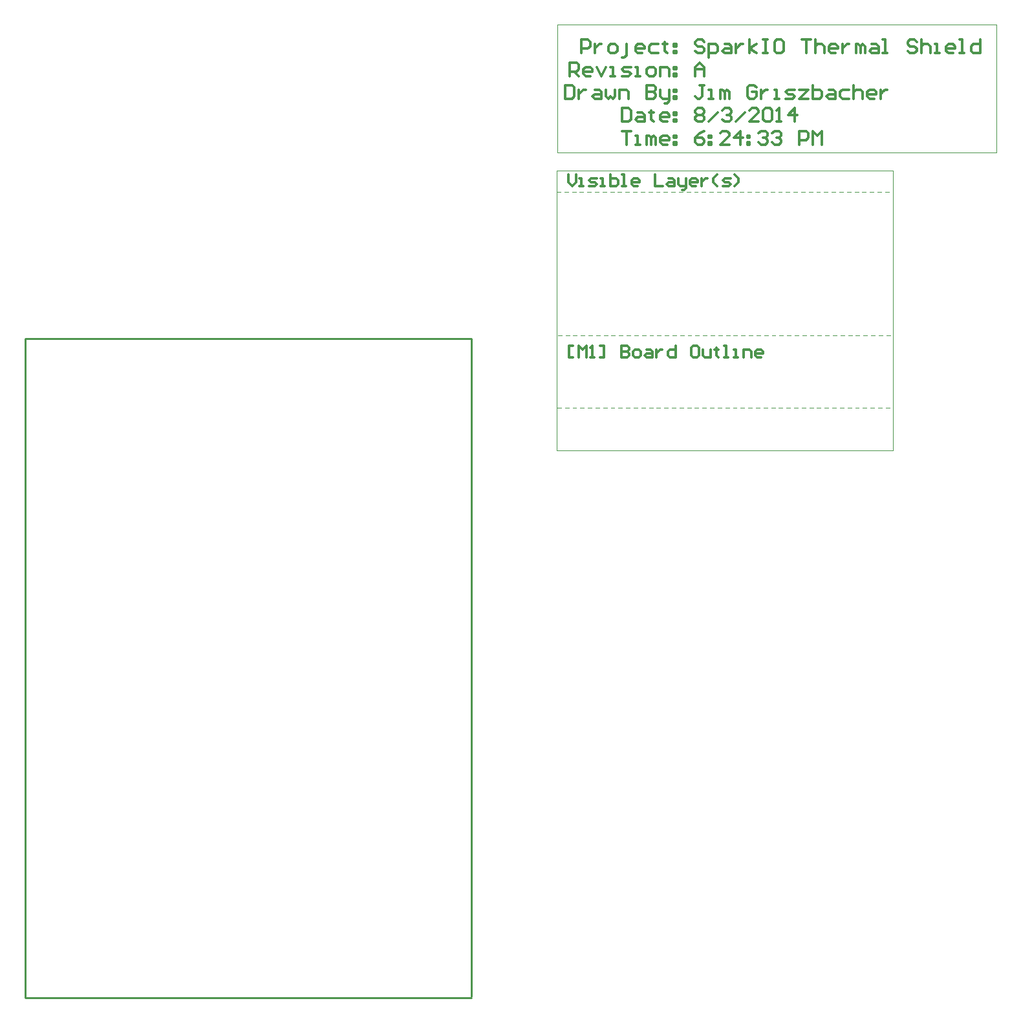
<source format=gm1>
%FSLAX25Y25*%
%MOIN*%
G70*
G01*
G75*
G04 Layer_Color=16711935*
G04:AMPARAMS|DCode=10|XSize=37.4mil|YSize=25.59mil|CornerRadius=6.4mil|HoleSize=0mil|Usage=FLASHONLY|Rotation=270.000|XOffset=0mil|YOffset=0mil|HoleType=Round|Shape=RoundedRectangle|*
%AMROUNDEDRECTD10*
21,1,0.03740,0.01280,0,0,270.0*
21,1,0.02461,0.02559,0,0,270.0*
1,1,0.01280,-0.00640,-0.01230*
1,1,0.01280,-0.00640,0.01230*
1,1,0.01280,0.00640,0.01230*
1,1,0.01280,0.00640,-0.01230*
%
%ADD10ROUNDEDRECTD10*%
%ADD11R,0.02559X0.03740*%
%ADD12O,0.02362X0.07480*%
%ADD13R,0.03900X0.04300*%
%ADD14C,0.04000*%
%ADD15R,0.04300X0.03900*%
%ADD16C,0.01500*%
%ADD17C,0.01000*%
%ADD18C,0.02000*%
%ADD19C,0.01200*%
%ADD20C,0.00394*%
%ADD21R,0.07087X0.07087*%
%ADD22C,0.07087*%
%ADD23C,0.09449*%
%ADD24R,0.07500X0.07500*%
%ADD25C,0.07500*%
%ADD26C,0.08661*%
%ADD27C,0.31496*%
%ADD28C,0.02500*%
%ADD29C,0.00787*%
%ADD30C,0.01575*%
%ADD31C,0.00984*%
%ADD32C,0.00700*%
%ADD33C,0.00800*%
G04:AMPARAMS|DCode=34|XSize=45.4mil|YSize=33.59mil|CornerRadius=10.4mil|HoleSize=0mil|Usage=FLASHONLY|Rotation=270.000|XOffset=0mil|YOffset=0mil|HoleType=Round|Shape=RoundedRectangle|*
%AMROUNDEDRECTD34*
21,1,0.04540,0.01280,0,0,270.0*
21,1,0.02461,0.03359,0,0,270.0*
1,1,0.02080,-0.00640,-0.01230*
1,1,0.02080,-0.00640,0.01230*
1,1,0.02080,0.00640,0.01230*
1,1,0.02080,0.00640,-0.01230*
%
%ADD34ROUNDEDRECTD34*%
%ADD35R,0.03359X0.04540*%
%ADD36O,0.03162X0.08280*%
%ADD37R,0.04700X0.05100*%
%ADD38C,0.08000*%
%ADD39R,0.05100X0.04700*%
%ADD40R,0.07887X0.07887*%
%ADD41C,0.07887*%
%ADD42C,0.10249*%
%ADD43R,0.08300X0.08300*%
%ADD44C,0.08300*%
%ADD45C,0.09461*%
%ADD46C,0.32296*%
%ADD47C,0.03300*%
D17*
X211000Y92700D02*
X441000D01*
Y93200D02*
Y432700D01*
X211000D02*
X441000D01*
X211000Y92700D02*
Y432700D01*
Y92700D02*
X441000D01*
Y93200D02*
Y432700D01*
X211000D02*
X441000D01*
X211000Y92700D02*
Y432700D01*
D19*
X493399Y422800D02*
X491400D01*
Y428798D01*
X493399D01*
X496398Y422800D02*
Y428798D01*
X498398Y426799D01*
X500397Y428798D01*
Y422800D01*
X502396D02*
X504396D01*
X503396D01*
Y428798D01*
X502396Y427798D01*
X507395Y422800D02*
X509394D01*
Y428798D01*
X507395D01*
X518391D02*
Y422800D01*
X521390D01*
X522390Y423800D01*
Y424799D01*
X521390Y425799D01*
X518391D01*
X521390D01*
X522390Y426799D01*
Y427798D01*
X521390Y428798D01*
X518391D01*
X525389Y422800D02*
X527388D01*
X528388Y423800D01*
Y425799D01*
X527388Y426799D01*
X525389D01*
X524389Y425799D01*
Y423800D01*
X525389Y422800D01*
X531387Y426799D02*
X533386D01*
X534386Y425799D01*
Y422800D01*
X531387D01*
X530387Y423800D01*
X531387Y424799D01*
X534386D01*
X536385Y426799D02*
Y422800D01*
Y424799D01*
X537385Y425799D01*
X538385Y426799D01*
X539385D01*
X546382Y428798D02*
Y422800D01*
X543383D01*
X542383Y423800D01*
Y425799D01*
X543383Y426799D01*
X546382D01*
X557379Y428798D02*
X555379D01*
X554380Y427798D01*
Y423800D01*
X555379Y422800D01*
X557379D01*
X558378Y423800D01*
Y427798D01*
X557379Y428798D01*
X560378Y426799D02*
Y423800D01*
X561377Y422800D01*
X564376D01*
Y426799D01*
X567375Y427798D02*
Y426799D01*
X566376D01*
X568375D01*
X567375D01*
Y423800D01*
X568375Y422800D01*
X571374D02*
X573374D01*
X572374D01*
Y428798D01*
X571374D01*
X576372Y422800D02*
X578372D01*
X577372D01*
Y426799D01*
X576372D01*
X581371Y422800D02*
Y426799D01*
X584370D01*
X585370Y425799D01*
Y422800D01*
X590368D02*
X588369D01*
X587369Y423800D01*
Y425799D01*
X588369Y426799D01*
X590368D01*
X591368Y425799D01*
Y424799D01*
X587369D01*
X490800Y517378D02*
Y513379D01*
X492799Y511379D01*
X494799Y513379D01*
Y517378D01*
X496798Y511379D02*
X498797D01*
X497798D01*
Y515378D01*
X496798D01*
X501796Y511379D02*
X504796D01*
X505795Y512379D01*
X504796Y513379D01*
X502796D01*
X501796Y514378D01*
X502796Y515378D01*
X505795D01*
X507795Y511379D02*
X509794D01*
X508794D01*
Y515378D01*
X507795D01*
X512793Y517378D02*
Y511379D01*
X515792D01*
X516792Y512379D01*
Y513379D01*
Y514378D01*
X515792Y515378D01*
X512793D01*
X518791Y511379D02*
X520790D01*
X519791D01*
Y517378D01*
X518791D01*
X526788Y511379D02*
X524789D01*
X523789Y512379D01*
Y514378D01*
X524789Y515378D01*
X526788D01*
X527788Y514378D01*
Y513379D01*
X523789D01*
X535785Y517378D02*
Y511379D01*
X539784D01*
X542783Y515378D02*
X544782D01*
X545782Y514378D01*
Y511379D01*
X542783D01*
X541784Y512379D01*
X542783Y513379D01*
X545782D01*
X547782Y515378D02*
Y512379D01*
X548781Y511379D01*
X551780D01*
Y510380D01*
X550781Y509380D01*
X549781D01*
X551780Y511379D02*
Y515378D01*
X556779Y511379D02*
X554779D01*
X553780Y512379D01*
Y514378D01*
X554779Y515378D01*
X556779D01*
X557778Y514378D01*
Y513379D01*
X553780D01*
X559778Y515378D02*
Y511379D01*
Y513379D01*
X560777Y514378D01*
X561777Y515378D01*
X562777D01*
X567775Y511379D02*
X565776Y513379D01*
Y515378D01*
X567775Y517378D01*
X570774Y511379D02*
X573773D01*
X574773Y512379D01*
X573773Y513379D01*
X571774D01*
X570774Y514378D01*
X571774Y515378D01*
X574773D01*
X576772Y511379D02*
X578771Y513379D01*
Y515378D01*
X576772Y517378D01*
X497564Y579931D02*
Y586928D01*
X501063D01*
X502229Y585762D01*
Y583430D01*
X501063Y582263D01*
X497564D01*
X504562Y584596D02*
Y579931D01*
Y582263D01*
X505728Y583430D01*
X506894Y584596D01*
X508061D01*
X512726Y579931D02*
X515058D01*
X516225Y581097D01*
Y583430D01*
X515058Y584596D01*
X512726D01*
X511559Y583430D01*
Y581097D01*
X512726Y579931D01*
X518557Y577598D02*
X519724D01*
X520890Y578764D01*
Y584596D01*
X529054Y579931D02*
X526721D01*
X525555Y581097D01*
Y583430D01*
X526721Y584596D01*
X529054D01*
X530220Y583430D01*
Y582263D01*
X525555D01*
X537218Y584596D02*
X533719D01*
X532553Y583430D01*
Y581097D01*
X533719Y579931D01*
X537218D01*
X540717Y585762D02*
Y584596D01*
X539550D01*
X541883D01*
X540717D01*
Y581097D01*
X541883Y579931D01*
X545382Y584596D02*
X546548D01*
Y583430D01*
X545382D01*
Y584596D01*
Y581097D02*
X546548D01*
Y579931D01*
X545382D01*
Y581097D01*
X491733Y568120D02*
Y575117D01*
X495231D01*
X496398Y573951D01*
Y571619D01*
X495231Y570452D01*
X491733D01*
X494065D02*
X496398Y568120D01*
X502229D02*
X499897D01*
X498730Y569286D01*
Y571619D01*
X499897Y572785D01*
X502229D01*
X503395Y571619D01*
Y570452D01*
X498730D01*
X505728Y572785D02*
X508061Y568120D01*
X510393Y572785D01*
X512726Y568120D02*
X515058D01*
X513892D01*
Y572785D01*
X512726D01*
X518557Y568120D02*
X522056D01*
X523222Y569286D01*
X522056Y570452D01*
X519724D01*
X518557Y571619D01*
X519724Y572785D01*
X523222D01*
X525555Y568120D02*
X527887D01*
X526721D01*
Y572785D01*
X525555D01*
X532553Y568120D02*
X534885D01*
X536052Y569286D01*
Y571619D01*
X534885Y572785D01*
X532553D01*
X531386Y571619D01*
Y569286D01*
X532553Y568120D01*
X538384D02*
Y572785D01*
X541883D01*
X543049Y571619D01*
Y568120D01*
X545382Y572785D02*
X546548D01*
Y571619D01*
X545382D01*
Y572785D01*
Y569286D02*
X546548D01*
Y568120D01*
X545382D01*
Y569286D01*
X489400Y563306D02*
Y556309D01*
X492899D01*
X494065Y557475D01*
Y562140D01*
X492899Y563306D01*
X489400D01*
X496398Y560974D02*
Y556309D01*
Y558641D01*
X497564Y559807D01*
X498730Y560974D01*
X499897D01*
X504562D02*
X506894D01*
X508061Y559807D01*
Y556309D01*
X504562D01*
X503395Y557475D01*
X504562Y558641D01*
X508061D01*
X510393Y560974D02*
Y557475D01*
X511559Y556309D01*
X512726Y557475D01*
X513892Y556309D01*
X515058Y557475D01*
Y560974D01*
X517391Y556309D02*
Y560974D01*
X520890D01*
X522056Y559807D01*
Y556309D01*
X531386Y563306D02*
Y556309D01*
X534885D01*
X536052Y557475D01*
Y558641D01*
X534885Y559807D01*
X531386D01*
X534885D01*
X536052Y560974D01*
Y562140D01*
X534885Y563306D01*
X531386D01*
X538384Y560974D02*
Y557475D01*
X539550Y556309D01*
X543049D01*
Y555142D01*
X541883Y553976D01*
X540717D01*
X543049Y556309D02*
Y560974D01*
X545382D02*
X546548D01*
Y559807D01*
X545382D01*
Y560974D01*
Y557475D02*
X546548D01*
Y556309D01*
X545382D01*
Y557475D01*
X518557Y551495D02*
Y544498D01*
X522056D01*
X523222Y545664D01*
Y550329D01*
X522056Y551495D01*
X518557D01*
X526721Y549163D02*
X529054D01*
X530220Y547997D01*
Y544498D01*
X526721D01*
X525555Y545664D01*
X526721Y546830D01*
X530220D01*
X533719Y550329D02*
Y549163D01*
X532553D01*
X534885D01*
X533719D01*
Y545664D01*
X534885Y544498D01*
X541883D02*
X539550D01*
X538384Y545664D01*
Y547997D01*
X539550Y549163D01*
X541883D01*
X543049Y547997D01*
Y546830D01*
X538384D01*
X545382Y549163D02*
X546548D01*
Y547997D01*
X545382D01*
Y549163D01*
Y545664D02*
X546548D01*
Y544498D01*
X545382D01*
Y545664D01*
X518557Y539684D02*
X523222D01*
X520890D01*
Y532687D01*
X525555D02*
X527887D01*
X526721D01*
Y537352D01*
X525555D01*
X531386Y532687D02*
Y537352D01*
X532553D01*
X533719Y536186D01*
Y532687D01*
Y536186D01*
X534885Y537352D01*
X536052Y536186D01*
Y532687D01*
X541883D02*
X539550D01*
X538384Y533853D01*
Y536186D01*
X539550Y537352D01*
X541883D01*
X543049Y536186D01*
Y535019D01*
X538384D01*
X545382Y537352D02*
X546548D01*
Y536186D01*
X545382D01*
Y537352D01*
Y533853D02*
X546548D01*
Y532687D01*
X545382D01*
Y533853D01*
X560994Y585762D02*
X559828Y586928D01*
X557495D01*
X556329Y585762D01*
Y584596D01*
X557495Y583430D01*
X559828D01*
X560994Y582263D01*
Y581097D01*
X559828Y579931D01*
X557495D01*
X556329Y581097D01*
X563327Y577598D02*
Y584596D01*
X566826D01*
X567992Y583430D01*
Y581097D01*
X566826Y579931D01*
X563327D01*
X571491Y584596D02*
X573823D01*
X574990Y583430D01*
Y579931D01*
X571491D01*
X570325Y581097D01*
X571491Y582263D01*
X574990D01*
X577322Y584596D02*
Y579931D01*
Y582263D01*
X578489Y583430D01*
X579655Y584596D01*
X580821D01*
X584320Y579931D02*
Y586928D01*
Y582263D02*
X587819Y584596D01*
X584320Y582263D02*
X587819Y579931D01*
X591318Y586928D02*
X593650D01*
X592484D01*
Y579931D01*
X591318D01*
X593650D01*
X600648Y586928D02*
X598315D01*
X597149Y585762D01*
Y581097D01*
X598315Y579931D01*
X600648D01*
X601814Y581097D01*
Y585762D01*
X600648Y586928D01*
X611145D02*
X615810D01*
X613477D01*
Y579931D01*
X618143Y586928D02*
Y579931D01*
Y583430D01*
X619309Y584596D01*
X621641D01*
X622808Y583430D01*
Y579931D01*
X628639D02*
X626306D01*
X625140Y581097D01*
Y583430D01*
X626306Y584596D01*
X628639D01*
X629805Y583430D01*
Y582263D01*
X625140D01*
X632138Y584596D02*
Y579931D01*
Y582263D01*
X633304Y583430D01*
X634471Y584596D01*
X635637D01*
X639136Y579931D02*
Y584596D01*
X640302D01*
X641468Y583430D01*
Y579931D01*
Y583430D01*
X642634Y584596D01*
X643801Y583430D01*
Y579931D01*
X647300Y584596D02*
X649632D01*
X650799Y583430D01*
Y579931D01*
X647300D01*
X646133Y581097D01*
X647300Y582263D01*
X650799D01*
X653131Y579931D02*
X655464D01*
X654297D01*
Y586928D01*
X653131D01*
X670625Y585762D02*
X669459Y586928D01*
X667127D01*
X665960Y585762D01*
Y584596D01*
X667127Y583430D01*
X669459D01*
X670625Y582263D01*
Y581097D01*
X669459Y579931D01*
X667127D01*
X665960Y581097D01*
X672958Y586928D02*
Y579931D01*
Y583430D01*
X674124Y584596D01*
X676457D01*
X677623Y583430D01*
Y579931D01*
X679956D02*
X682288D01*
X681122D01*
Y584596D01*
X679956D01*
X689286Y579931D02*
X686954D01*
X685787Y581097D01*
Y583430D01*
X686954Y584596D01*
X689286D01*
X690452Y583430D01*
Y582263D01*
X685787D01*
X692785Y579931D02*
X695118D01*
X693951D01*
Y586928D01*
X692785D01*
X703282D02*
Y579931D01*
X699783D01*
X698617Y581097D01*
Y583430D01*
X699783Y584596D01*
X703282D01*
X556329Y568120D02*
Y572785D01*
X558662Y575117D01*
X560994Y572785D01*
Y568120D01*
Y571619D01*
X556329D01*
X560994Y563306D02*
X558662D01*
X559828D01*
Y557475D01*
X558662Y556309D01*
X557495D01*
X556329Y557475D01*
X563327Y556309D02*
X565659D01*
X564493D01*
Y560974D01*
X563327D01*
X569158Y556309D02*
Y560974D01*
X570325D01*
X571491Y559807D01*
Y556309D01*
Y559807D01*
X572657Y560974D01*
X573823Y559807D01*
Y556309D01*
X587819Y562140D02*
X586653Y563306D01*
X584320D01*
X583154Y562140D01*
Y557475D01*
X584320Y556309D01*
X586653D01*
X587819Y557475D01*
Y559807D01*
X585486D01*
X590152Y560974D02*
Y556309D01*
Y558641D01*
X591318Y559807D01*
X592484Y560974D01*
X593650D01*
X597149Y556309D02*
X599482D01*
X598315D01*
Y560974D01*
X597149D01*
X602981Y556309D02*
X606480D01*
X607646Y557475D01*
X606480Y558641D01*
X604147D01*
X602981Y559807D01*
X604147Y560974D01*
X607646D01*
X609978D02*
X614644D01*
X609978Y556309D01*
X614644D01*
X616976Y563306D02*
Y556309D01*
X620475D01*
X621641Y557475D01*
Y558641D01*
Y559807D01*
X620475Y560974D01*
X616976D01*
X625140D02*
X627473D01*
X628639Y559807D01*
Y556309D01*
X625140D01*
X623974Y557475D01*
X625140Y558641D01*
X628639D01*
X635637Y560974D02*
X632138D01*
X630972Y559807D01*
Y557475D01*
X632138Y556309D01*
X635637D01*
X637969Y563306D02*
Y556309D01*
Y559807D01*
X639136Y560974D01*
X641468D01*
X642634Y559807D01*
Y556309D01*
X648466D02*
X646133D01*
X644967Y557475D01*
Y559807D01*
X646133Y560974D01*
X648466D01*
X649632Y559807D01*
Y558641D01*
X644967D01*
X651965Y560974D02*
Y556309D01*
Y558641D01*
X653131Y559807D01*
X654297Y560974D01*
X655464D01*
X560994Y539684D02*
X558662Y538518D01*
X556329Y536186D01*
Y533853D01*
X557495Y532687D01*
X559828D01*
X560994Y533853D01*
Y535019D01*
X559828Y536186D01*
X556329D01*
X563327Y537352D02*
X564493D01*
Y536186D01*
X563327D01*
Y537352D01*
Y533853D02*
X564493D01*
Y532687D01*
X563327D01*
Y533853D01*
X573823Y532687D02*
X569158D01*
X573823Y537352D01*
Y538518D01*
X572657Y539684D01*
X570325D01*
X569158Y538518D01*
X579655Y532687D02*
Y539684D01*
X576156Y536186D01*
X580821D01*
X583154Y537352D02*
X584320D01*
Y536186D01*
X583154D01*
Y537352D01*
Y533853D02*
X584320D01*
Y532687D01*
X583154D01*
Y533853D01*
X588985Y538518D02*
X590152Y539684D01*
X592484D01*
X593650Y538518D01*
Y537352D01*
X592484Y536186D01*
X591318D01*
X592484D01*
X593650Y535019D01*
Y533853D01*
X592484Y532687D01*
X590152D01*
X588985Y533853D01*
X595983Y538518D02*
X597149Y539684D01*
X599482D01*
X600648Y538518D01*
Y537352D01*
X599482Y536186D01*
X598315D01*
X599482D01*
X600648Y535019D01*
Y533853D01*
X599482Y532687D01*
X597149D01*
X595983Y533853D01*
X609978Y532687D02*
Y539684D01*
X613477D01*
X614644Y538518D01*
Y536186D01*
X613477Y535019D01*
X609978D01*
X616976Y532687D02*
Y539684D01*
X619309Y537352D01*
X621641Y539684D01*
Y532687D01*
X556329Y550329D02*
X557495Y551495D01*
X559828D01*
X560994Y550329D01*
Y549163D01*
X559828Y547997D01*
X560994Y546830D01*
Y545664D01*
X559828Y544498D01*
X557495D01*
X556329Y545664D01*
Y546830D01*
X557495Y547997D01*
X556329Y549163D01*
Y550329D01*
X557495Y547997D02*
X559828D01*
X563327Y544498D02*
X567992Y549163D01*
X570325Y550329D02*
X571491Y551495D01*
X573823D01*
X574990Y550329D01*
Y549163D01*
X573823Y547997D01*
X572657D01*
X573823D01*
X574990Y546830D01*
Y545664D01*
X573823Y544498D01*
X571491D01*
X570325Y545664D01*
X577322Y544498D02*
X581987Y549163D01*
X588985Y544498D02*
X584320D01*
X588985Y549163D01*
Y550329D01*
X587819Y551495D01*
X585486D01*
X584320Y550329D01*
X591318D02*
X592484Y551495D01*
X594817D01*
X595983Y550329D01*
Y545664D01*
X594817Y544498D01*
X592484D01*
X591318Y545664D01*
Y550329D01*
X598315Y544498D02*
X600648D01*
X599482D01*
Y551495D01*
X598315Y550329D01*
X607646Y544498D02*
Y551495D01*
X604147Y547997D01*
X608812D01*
X493399Y422800D02*
X491400D01*
Y428798D01*
X493399D01*
X496398Y422800D02*
Y428798D01*
X498398Y426799D01*
X500397Y428798D01*
Y422800D01*
X502396D02*
X504396D01*
X503396D01*
Y428798D01*
X502396Y427798D01*
X507395Y422800D02*
X509394D01*
Y428798D01*
X507395D01*
X518391D02*
Y422800D01*
X521390D01*
X522390Y423800D01*
Y424799D01*
X521390Y425799D01*
X518391D01*
X521390D01*
X522390Y426799D01*
Y427798D01*
X521390Y428798D01*
X518391D01*
X525389Y422800D02*
X527388D01*
X528388Y423800D01*
Y425799D01*
X527388Y426799D01*
X525389D01*
X524389Y425799D01*
Y423800D01*
X525389Y422800D01*
X531387Y426799D02*
X533386D01*
X534386Y425799D01*
Y422800D01*
X531387D01*
X530387Y423800D01*
X531387Y424799D01*
X534386D01*
X536385Y426799D02*
Y422800D01*
Y424799D01*
X537385Y425799D01*
X538385Y426799D01*
X539385D01*
X546382Y428798D02*
Y422800D01*
X543383D01*
X542383Y423800D01*
Y425799D01*
X543383Y426799D01*
X546382D01*
X557379Y428798D02*
X555379D01*
X554380Y427798D01*
Y423800D01*
X555379Y422800D01*
X557379D01*
X558378Y423800D01*
Y427798D01*
X557379Y428798D01*
X560378Y426799D02*
Y423800D01*
X561377Y422800D01*
X564376D01*
Y426799D01*
X567375Y427798D02*
Y426799D01*
X566376D01*
X568375D01*
X567375D01*
Y423800D01*
X568375Y422800D01*
X571374D02*
X573374D01*
X572374D01*
Y428798D01*
X571374D01*
X576372Y422800D02*
X578372D01*
X577372D01*
Y426799D01*
X576372D01*
X581371Y422800D02*
Y426799D01*
X584370D01*
X585370Y425799D01*
Y422800D01*
X590368D02*
X588369D01*
X587369Y423800D01*
Y425799D01*
X588369Y426799D01*
X590368D01*
X591368Y425799D01*
Y424799D01*
X587369D01*
X490800Y517378D02*
Y513379D01*
X492799Y511379D01*
X494799Y513379D01*
Y517378D01*
X496798Y511379D02*
X498797D01*
X497798D01*
Y515378D01*
X496798D01*
X501796Y511379D02*
X504796D01*
X505795Y512379D01*
X504796Y513379D01*
X502796D01*
X501796Y514378D01*
X502796Y515378D01*
X505795D01*
X507795Y511379D02*
X509794D01*
X508794D01*
Y515378D01*
X507795D01*
X512793Y517378D02*
Y511379D01*
X515792D01*
X516792Y512379D01*
Y513379D01*
Y514378D01*
X515792Y515378D01*
X512793D01*
X518791Y511379D02*
X520790D01*
X519791D01*
Y517378D01*
X518791D01*
X526788Y511379D02*
X524789D01*
X523789Y512379D01*
Y514378D01*
X524789Y515378D01*
X526788D01*
X527788Y514378D01*
Y513379D01*
X523789D01*
X535785Y517378D02*
Y511379D01*
X539784D01*
X542783Y515378D02*
X544782D01*
X545782Y514378D01*
Y511379D01*
X542783D01*
X541784Y512379D01*
X542783Y513379D01*
X545782D01*
X547782Y515378D02*
Y512379D01*
X548781Y511379D01*
X551780D01*
Y510380D01*
X550781Y509380D01*
X549781D01*
X551780Y511379D02*
Y515378D01*
X556779Y511379D02*
X554779D01*
X553780Y512379D01*
Y514378D01*
X554779Y515378D01*
X556779D01*
X557778Y514378D01*
Y513379D01*
X553780D01*
X559778Y515378D02*
Y511379D01*
Y513379D01*
X560777Y514378D01*
X561777Y515378D01*
X562777D01*
X567775Y511379D02*
X565776Y513379D01*
Y515378D01*
X567775Y517378D01*
X570774Y511379D02*
X573773D01*
X574773Y512379D01*
X573773Y513379D01*
X571774D01*
X570774Y514378D01*
X571774Y515378D01*
X574773D01*
X576772Y511379D02*
X578771Y513379D01*
Y515378D01*
X576772Y517378D01*
X497564Y579931D02*
Y586928D01*
X501063D01*
X502229Y585762D01*
Y583430D01*
X501063Y582263D01*
X497564D01*
X504562Y584596D02*
Y579931D01*
Y582263D01*
X505728Y583430D01*
X506894Y584596D01*
X508061D01*
X512726Y579931D02*
X515058D01*
X516225Y581097D01*
Y583430D01*
X515058Y584596D01*
X512726D01*
X511559Y583430D01*
Y581097D01*
X512726Y579931D01*
X518557Y577598D02*
X519724D01*
X520890Y578764D01*
Y584596D01*
X529054Y579931D02*
X526721D01*
X525555Y581097D01*
Y583430D01*
X526721Y584596D01*
X529054D01*
X530220Y583430D01*
Y582263D01*
X525555D01*
X537218Y584596D02*
X533719D01*
X532553Y583430D01*
Y581097D01*
X533719Y579931D01*
X537218D01*
X540717Y585762D02*
Y584596D01*
X539550D01*
X541883D01*
X540717D01*
Y581097D01*
X541883Y579931D01*
X545382Y584596D02*
X546548D01*
Y583430D01*
X545382D01*
Y584596D01*
Y581097D02*
X546548D01*
Y579931D01*
X545382D01*
Y581097D01*
X491733Y568120D02*
Y575117D01*
X495231D01*
X496398Y573951D01*
Y571619D01*
X495231Y570452D01*
X491733D01*
X494065D02*
X496398Y568120D01*
X502229D02*
X499897D01*
X498730Y569286D01*
Y571619D01*
X499897Y572785D01*
X502229D01*
X503395Y571619D01*
Y570452D01*
X498730D01*
X505728Y572785D02*
X508061Y568120D01*
X510393Y572785D01*
X512726Y568120D02*
X515058D01*
X513892D01*
Y572785D01*
X512726D01*
X518557Y568120D02*
X522056D01*
X523222Y569286D01*
X522056Y570452D01*
X519724D01*
X518557Y571619D01*
X519724Y572785D01*
X523222D01*
X525555Y568120D02*
X527887D01*
X526721D01*
Y572785D01*
X525555D01*
X532553Y568120D02*
X534885D01*
X536052Y569286D01*
Y571619D01*
X534885Y572785D01*
X532553D01*
X531386Y571619D01*
Y569286D01*
X532553Y568120D01*
X538384D02*
Y572785D01*
X541883D01*
X543049Y571619D01*
Y568120D01*
X545382Y572785D02*
X546548D01*
Y571619D01*
X545382D01*
Y572785D01*
Y569286D02*
X546548D01*
Y568120D01*
X545382D01*
Y569286D01*
X489400Y563306D02*
Y556309D01*
X492899D01*
X494065Y557475D01*
Y562140D01*
X492899Y563306D01*
X489400D01*
X496398Y560974D02*
Y556309D01*
Y558641D01*
X497564Y559807D01*
X498730Y560974D01*
X499897D01*
X504562D02*
X506894D01*
X508061Y559807D01*
Y556309D01*
X504562D01*
X503395Y557475D01*
X504562Y558641D01*
X508061D01*
X510393Y560974D02*
Y557475D01*
X511559Y556309D01*
X512726Y557475D01*
X513892Y556309D01*
X515058Y557475D01*
Y560974D01*
X517391Y556309D02*
Y560974D01*
X520890D01*
X522056Y559807D01*
Y556309D01*
X531386Y563306D02*
Y556309D01*
X534885D01*
X536052Y557475D01*
Y558641D01*
X534885Y559807D01*
X531386D01*
X534885D01*
X536052Y560974D01*
Y562140D01*
X534885Y563306D01*
X531386D01*
X538384Y560974D02*
Y557475D01*
X539550Y556309D01*
X543049D01*
Y555142D01*
X541883Y553976D01*
X540717D01*
X543049Y556309D02*
Y560974D01*
X545382D02*
X546548D01*
Y559807D01*
X545382D01*
Y560974D01*
Y557475D02*
X546548D01*
Y556309D01*
X545382D01*
Y557475D01*
X518557Y551495D02*
Y544498D01*
X522056D01*
X523222Y545664D01*
Y550329D01*
X522056Y551495D01*
X518557D01*
X526721Y549163D02*
X529054D01*
X530220Y547997D01*
Y544498D01*
X526721D01*
X525555Y545664D01*
X526721Y546830D01*
X530220D01*
X533719Y550329D02*
Y549163D01*
X532553D01*
X534885D01*
X533719D01*
Y545664D01*
X534885Y544498D01*
X541883D02*
X539550D01*
X538384Y545664D01*
Y547997D01*
X539550Y549163D01*
X541883D01*
X543049Y547997D01*
Y546830D01*
X538384D01*
X545382Y549163D02*
X546548D01*
Y547997D01*
X545382D01*
Y549163D01*
Y545664D02*
X546548D01*
Y544498D01*
X545382D01*
Y545664D01*
X518557Y539684D02*
X523222D01*
X520890D01*
Y532687D01*
X525555D02*
X527887D01*
X526721D01*
Y537352D01*
X525555D01*
X531386Y532687D02*
Y537352D01*
X532553D01*
X533719Y536186D01*
Y532687D01*
Y536186D01*
X534885Y537352D01*
X536052Y536186D01*
Y532687D01*
X541883D02*
X539550D01*
X538384Y533853D01*
Y536186D01*
X539550Y537352D01*
X541883D01*
X543049Y536186D01*
Y535019D01*
X538384D01*
X545382Y537352D02*
X546548D01*
Y536186D01*
X545382D01*
Y537352D01*
Y533853D02*
X546548D01*
Y532687D01*
X545382D01*
Y533853D01*
X560994Y585762D02*
X559828Y586928D01*
X557495D01*
X556329Y585762D01*
Y584596D01*
X557495Y583430D01*
X559828D01*
X560994Y582263D01*
Y581097D01*
X559828Y579931D01*
X557495D01*
X556329Y581097D01*
X563327Y577598D02*
Y584596D01*
X566826D01*
X567992Y583430D01*
Y581097D01*
X566826Y579931D01*
X563327D01*
X571491Y584596D02*
X573823D01*
X574990Y583430D01*
Y579931D01*
X571491D01*
X570325Y581097D01*
X571491Y582263D01*
X574990D01*
X577322Y584596D02*
Y579931D01*
Y582263D01*
X578489Y583430D01*
X579655Y584596D01*
X580821D01*
X584320Y579931D02*
Y586928D01*
Y582263D02*
X587819Y584596D01*
X584320Y582263D02*
X587819Y579931D01*
X591318Y586928D02*
X593650D01*
X592484D01*
Y579931D01*
X591318D01*
X593650D01*
X600648Y586928D02*
X598315D01*
X597149Y585762D01*
Y581097D01*
X598315Y579931D01*
X600648D01*
X601814Y581097D01*
Y585762D01*
X600648Y586928D01*
X611145D02*
X615810D01*
X613477D01*
Y579931D01*
X618143Y586928D02*
Y579931D01*
Y583430D01*
X619309Y584596D01*
X621641D01*
X622808Y583430D01*
Y579931D01*
X628639D02*
X626306D01*
X625140Y581097D01*
Y583430D01*
X626306Y584596D01*
X628639D01*
X629805Y583430D01*
Y582263D01*
X625140D01*
X632138Y584596D02*
Y579931D01*
Y582263D01*
X633304Y583430D01*
X634471Y584596D01*
X635637D01*
X639136Y579931D02*
Y584596D01*
X640302D01*
X641468Y583430D01*
Y579931D01*
Y583430D01*
X642634Y584596D01*
X643801Y583430D01*
Y579931D01*
X647300Y584596D02*
X649632D01*
X650799Y583430D01*
Y579931D01*
X647300D01*
X646133Y581097D01*
X647300Y582263D01*
X650799D01*
X653131Y579931D02*
X655464D01*
X654297D01*
Y586928D01*
X653131D01*
X670625Y585762D02*
X669459Y586928D01*
X667127D01*
X665960Y585762D01*
Y584596D01*
X667127Y583430D01*
X669459D01*
X670625Y582263D01*
Y581097D01*
X669459Y579931D01*
X667127D01*
X665960Y581097D01*
X672958Y586928D02*
Y579931D01*
Y583430D01*
X674124Y584596D01*
X676457D01*
X677623Y583430D01*
Y579931D01*
X679956D02*
X682288D01*
X681122D01*
Y584596D01*
X679956D01*
X689286Y579931D02*
X686954D01*
X685787Y581097D01*
Y583430D01*
X686954Y584596D01*
X689286D01*
X690452Y583430D01*
Y582263D01*
X685787D01*
X692785Y579931D02*
X695118D01*
X693951D01*
Y586928D01*
X692785D01*
X703282D02*
Y579931D01*
X699783D01*
X698617Y581097D01*
Y583430D01*
X699783Y584596D01*
X703282D01*
X556329Y568120D02*
Y572785D01*
X558662Y575117D01*
X560994Y572785D01*
Y568120D01*
Y571619D01*
X556329D01*
X560994Y563306D02*
X558662D01*
X559828D01*
Y557475D01*
X558662Y556309D01*
X557495D01*
X556329Y557475D01*
X563327Y556309D02*
X565659D01*
X564493D01*
Y560974D01*
X563327D01*
X569158Y556309D02*
Y560974D01*
X570325D01*
X571491Y559807D01*
Y556309D01*
Y559807D01*
X572657Y560974D01*
X573823Y559807D01*
Y556309D01*
X587819Y562140D02*
X586653Y563306D01*
X584320D01*
X583154Y562140D01*
Y557475D01*
X584320Y556309D01*
X586653D01*
X587819Y557475D01*
Y559807D01*
X585486D01*
X590152Y560974D02*
Y556309D01*
Y558641D01*
X591318Y559807D01*
X592484Y560974D01*
X593650D01*
X597149Y556309D02*
X599482D01*
X598315D01*
Y560974D01*
X597149D01*
X602981Y556309D02*
X606480D01*
X607646Y557475D01*
X606480Y558641D01*
X604147D01*
X602981Y559807D01*
X604147Y560974D01*
X607646D01*
X609978D02*
X614644D01*
X609978Y556309D01*
X614644D01*
X616976Y563306D02*
Y556309D01*
X620475D01*
X621641Y557475D01*
Y558641D01*
Y559807D01*
X620475Y560974D01*
X616976D01*
X625140D02*
X627473D01*
X628639Y559807D01*
Y556309D01*
X625140D01*
X623974Y557475D01*
X625140Y558641D01*
X628639D01*
X635637Y560974D02*
X632138D01*
X630972Y559807D01*
Y557475D01*
X632138Y556309D01*
X635637D01*
X637969Y563306D02*
Y556309D01*
Y559807D01*
X639136Y560974D01*
X641468D01*
X642634Y559807D01*
Y556309D01*
X648466D02*
X646133D01*
X644967Y557475D01*
Y559807D01*
X646133Y560974D01*
X648466D01*
X649632Y559807D01*
Y558641D01*
X644967D01*
X651965Y560974D02*
Y556309D01*
Y558641D01*
X653131Y559807D01*
X654297Y560974D01*
X655464D01*
X560994Y539684D02*
X558662Y538518D01*
X556329Y536186D01*
Y533853D01*
X557495Y532687D01*
X559828D01*
X560994Y533853D01*
Y535019D01*
X559828Y536186D01*
X556329D01*
X563327Y537352D02*
X564493D01*
Y536186D01*
X563327D01*
Y537352D01*
Y533853D02*
X564493D01*
Y532687D01*
X563327D01*
Y533853D01*
X573823Y532687D02*
X569158D01*
X573823Y537352D01*
Y538518D01*
X572657Y539684D01*
X570325D01*
X569158Y538518D01*
X579655Y532687D02*
Y539684D01*
X576156Y536186D01*
X580821D01*
X583154Y537352D02*
X584320D01*
Y536186D01*
X583154D01*
Y537352D01*
Y533853D02*
X584320D01*
Y532687D01*
X583154D01*
Y533853D01*
X588985Y538518D02*
X590152Y539684D01*
X592484D01*
X593650Y538518D01*
Y537352D01*
X592484Y536186D01*
X591318D01*
X592484D01*
X593650Y535019D01*
Y533853D01*
X592484Y532687D01*
X590152D01*
X588985Y533853D01*
X595983Y538518D02*
X597149Y539684D01*
X599482D01*
X600648Y538518D01*
Y537352D01*
X599482Y536186D01*
X598315D01*
X599482D01*
X600648Y535019D01*
Y533853D01*
X599482Y532687D01*
X597149D01*
X595983Y533853D01*
X609978Y532687D02*
Y539684D01*
X613477D01*
X614644Y538518D01*
Y536186D01*
X613477Y535019D01*
X609978D01*
X616976Y532687D02*
Y539684D01*
X619309Y537352D01*
X621641Y539684D01*
Y532687D01*
X556329Y550329D02*
X557495Y551495D01*
X559828D01*
X560994Y550329D01*
Y549163D01*
X559828Y547997D01*
X560994Y546830D01*
Y545664D01*
X559828Y544498D01*
X557495D01*
X556329Y545664D01*
Y546830D01*
X557495Y547997D01*
X556329Y549163D01*
Y550329D01*
X557495Y547997D02*
X559828D01*
X563327Y544498D02*
X567992Y549163D01*
X570325Y550329D02*
X571491Y551495D01*
X573823D01*
X574990Y550329D01*
Y549163D01*
X573823Y547997D01*
X572657D01*
X573823D01*
X574990Y546830D01*
Y545664D01*
X573823Y544498D01*
X571491D01*
X570325Y545664D01*
X577322Y544498D02*
X581987Y549163D01*
X588985Y544498D02*
X584320D01*
X588985Y549163D01*
Y550329D01*
X587819Y551495D01*
X585486D01*
X584320Y550329D01*
X591318D02*
X592484Y551495D01*
X594817D01*
X595983Y550329D01*
Y545664D01*
X594817Y544498D01*
X592484D01*
X591318Y545664D01*
Y550329D01*
X598315Y544498D02*
X600648D01*
X599482D01*
Y551495D01*
X598315Y550329D01*
X607646Y544498D02*
Y551495D01*
X604147Y547997D01*
X608812D01*
D20*
X485263Y396877D02*
X487231D01*
X489200D02*
X491168D01*
X493137D02*
X495106D01*
X497074D02*
X499043D01*
X501011D02*
X502980D01*
X504948D02*
X506917D01*
X508885D02*
X510853D01*
X512822D02*
X514790D01*
X516759D02*
X518728D01*
X520696D02*
X522665D01*
X524633D02*
X526602D01*
X528570D02*
X530539D01*
X532507D02*
X534476D01*
X536444D02*
X538413D01*
X540381D02*
X542350D01*
X544318D02*
X546287D01*
X548255D02*
X550224D01*
X552192D02*
X554161D01*
X556129D02*
X558098D01*
X560066D02*
X562035D01*
X564003D02*
X565972D01*
X567940D02*
X569909D01*
X571877D02*
X573846D01*
X575814D02*
X577783D01*
X579751D02*
X581720D01*
X583688D02*
X585657D01*
X587625D02*
X589594D01*
X591562D02*
X593531D01*
X595499D02*
X597468D01*
X599436D02*
X601405D01*
X603373D02*
X605342D01*
X607310D02*
X609279D01*
X611247D02*
X613216D01*
X615184D02*
X617153D01*
X619121D02*
X621090D01*
X623058D02*
X625027D01*
X626995D02*
X628964D01*
X630932D02*
X632901D01*
X634869D02*
X636838D01*
X638806D02*
X640775D01*
X642743D02*
X644712D01*
X646680D02*
X648649D01*
X650617D02*
X652586D01*
X654554D02*
X656523D01*
X485563Y434317D02*
X487532D01*
X489500D02*
X491468D01*
X493437D02*
X495405D01*
X497374D02*
X499342D01*
X501311D02*
X503279D01*
X505248D02*
X507217D01*
X509185D02*
X511154D01*
X513122D02*
X515091D01*
X517059D02*
X519028D01*
X520996D02*
X522965D01*
X524933D02*
X526902D01*
X528870D02*
X530839D01*
X532807D02*
X534776D01*
X536744D02*
X538713D01*
X540681D02*
X542650D01*
X544618D02*
X546587D01*
X548555D02*
X550524D01*
X552492D02*
X554461D01*
X556429D02*
X558398D01*
X560366D02*
X562335D01*
X564303D02*
X566272D01*
X568240D02*
X570209D01*
X572177D02*
X574146D01*
X576114D02*
X578083D01*
X580051D02*
X582020D01*
X583988D02*
X585957D01*
X587925D02*
X589894D01*
X591862D02*
X593831D01*
X595799D02*
X597768D01*
X599736D02*
X601705D01*
X603673D02*
X605642D01*
X607610D02*
X609579D01*
X611547D02*
X613516D01*
X615484D02*
X617453D01*
X619421D02*
X621390D01*
X623358D02*
X625327D01*
X627295D02*
X629264D01*
X631232D02*
X633201D01*
X635169D02*
X637138D01*
X639106D02*
X641075D01*
X643043D02*
X645012D01*
X646980D02*
X648949D01*
X650917D02*
X652886D01*
X654854D02*
X656823D01*
X654254Y508427D02*
X656223D01*
X650317D02*
X652286D01*
X646380D02*
X648349D01*
X642443D02*
X644412D01*
X638506D02*
X640475D01*
X634569D02*
X636538D01*
X630632D02*
X632601D01*
X626695D02*
X628664D01*
X622758D02*
X624727D01*
X618821D02*
X620790D01*
X614884D02*
X616853D01*
X610947D02*
X612916D01*
X607010D02*
X608979D01*
X603073D02*
X605042D01*
X599136D02*
X601105D01*
X595199D02*
X597168D01*
X591262D02*
X593231D01*
X587325D02*
X589294D01*
X583388D02*
X585357D01*
X579451D02*
X581420D01*
X575514D02*
X577483D01*
X571577D02*
X573546D01*
X567640D02*
X569609D01*
X563703D02*
X565672D01*
X559766D02*
X561735D01*
X555829D02*
X557798D01*
X551892D02*
X553861D01*
X547955D02*
X549924D01*
X544018D02*
X545987D01*
X540081D02*
X542050D01*
X536144D02*
X538113D01*
X532207D02*
X534176D01*
X528270D02*
X530239D01*
X524333D02*
X526302D01*
X520396D02*
X522365D01*
X516459D02*
X518428D01*
X512522D02*
X514491D01*
X508585D02*
X510554D01*
X504648D02*
X506616D01*
X500711D02*
X502679D01*
X496774D02*
X498742D01*
X492837D02*
X494805D01*
X488900D02*
X490869D01*
X484963D02*
X486932D01*
X658191Y375000D02*
Y507443D01*
X484963Y375000D02*
X658191D01*
X484963D02*
Y507443D01*
Y519253D01*
X658191D01*
Y507443D02*
Y519253D01*
X485463Y528750D02*
Y594700D01*
Y528750D02*
X711600D01*
Y594700D01*
X485463D02*
X711600D01*
X485263Y396877D02*
X487231D01*
X489200D02*
X491168D01*
X493137D02*
X495106D01*
X497074D02*
X499043D01*
X501011D02*
X502980D01*
X504948D02*
X506917D01*
X508885D02*
X510853D01*
X512822D02*
X514790D01*
X516759D02*
X518728D01*
X520696D02*
X522665D01*
X524633D02*
X526602D01*
X528570D02*
X530539D01*
X532507D02*
X534476D01*
X536444D02*
X538413D01*
X540381D02*
X542350D01*
X544318D02*
X546287D01*
X548255D02*
X550224D01*
X552192D02*
X554161D01*
X556129D02*
X558098D01*
X560066D02*
X562035D01*
X564003D02*
X565972D01*
X567940D02*
X569909D01*
X571877D02*
X573846D01*
X575814D02*
X577783D01*
X579751D02*
X581720D01*
X583688D02*
X585657D01*
X587625D02*
X589594D01*
X591562D02*
X593531D01*
X595499D02*
X597468D01*
X599436D02*
X601405D01*
X603373D02*
X605342D01*
X607310D02*
X609279D01*
X611247D02*
X613216D01*
X615184D02*
X617153D01*
X619121D02*
X621090D01*
X623058D02*
X625027D01*
X626995D02*
X628964D01*
X630932D02*
X632901D01*
X634869D02*
X636838D01*
X638806D02*
X640775D01*
X642743D02*
X644712D01*
X646680D02*
X648649D01*
X650617D02*
X652586D01*
X654554D02*
X656523D01*
X485563Y434317D02*
X487532D01*
X489500D02*
X491468D01*
X493437D02*
X495405D01*
X497374D02*
X499342D01*
X501311D02*
X503279D01*
X505248D02*
X507217D01*
X509185D02*
X511154D01*
X513122D02*
X515091D01*
X517059D02*
X519028D01*
X520996D02*
X522965D01*
X524933D02*
X526902D01*
X528870D02*
X530839D01*
X532807D02*
X534776D01*
X536744D02*
X538713D01*
X540681D02*
X542650D01*
X544618D02*
X546587D01*
X548555D02*
X550524D01*
X552492D02*
X554461D01*
X556429D02*
X558398D01*
X560366D02*
X562335D01*
X564303D02*
X566272D01*
X568240D02*
X570209D01*
X572177D02*
X574146D01*
X576114D02*
X578083D01*
X580051D02*
X582020D01*
X583988D02*
X585957D01*
X587925D02*
X589894D01*
X591862D02*
X593831D01*
X595799D02*
X597768D01*
X599736D02*
X601705D01*
X603673D02*
X605642D01*
X607610D02*
X609579D01*
X611547D02*
X613516D01*
X615484D02*
X617453D01*
X619421D02*
X621390D01*
X623358D02*
X625327D01*
X627295D02*
X629264D01*
X631232D02*
X633201D01*
X635169D02*
X637138D01*
X639106D02*
X641075D01*
X643043D02*
X645012D01*
X646980D02*
X648949D01*
X650917D02*
X652886D01*
X654854D02*
X656823D01*
X654254Y508427D02*
X656223D01*
X650317D02*
X652286D01*
X646380D02*
X648349D01*
X642443D02*
X644412D01*
X638506D02*
X640475D01*
X634569D02*
X636538D01*
X630632D02*
X632601D01*
X626695D02*
X628664D01*
X622758D02*
X624727D01*
X618821D02*
X620790D01*
X614884D02*
X616853D01*
X610947D02*
X612916D01*
X607010D02*
X608979D01*
X603073D02*
X605042D01*
X599136D02*
X601105D01*
X595199D02*
X597168D01*
X591262D02*
X593231D01*
X587325D02*
X589294D01*
X583388D02*
X585357D01*
X579451D02*
X581420D01*
X575514D02*
X577483D01*
X571577D02*
X573546D01*
X567640D02*
X569609D01*
X563703D02*
X565672D01*
X559766D02*
X561735D01*
X555829D02*
X557798D01*
X551892D02*
X553861D01*
X547955D02*
X549924D01*
X544018D02*
X545987D01*
X540081D02*
X542050D01*
X536144D02*
X538113D01*
X532207D02*
X534176D01*
X528270D02*
X530239D01*
X524333D02*
X526302D01*
X520396D02*
X522365D01*
X516459D02*
X518428D01*
X512522D02*
X514491D01*
X508585D02*
X510554D01*
X504648D02*
X506616D01*
X500711D02*
X502679D01*
X496774D02*
X498742D01*
X492837D02*
X494805D01*
X488900D02*
X490869D01*
X484963D02*
X486932D01*
X658191Y375000D02*
Y507443D01*
X484963Y375000D02*
X658191D01*
X484963D02*
Y507443D01*
Y519253D01*
X658191D01*
Y507443D02*
Y519253D01*
X485463Y528750D02*
Y594700D01*
Y528750D02*
X711600D01*
Y594700D01*
X485463D02*
X711600D01*
M02*

</source>
